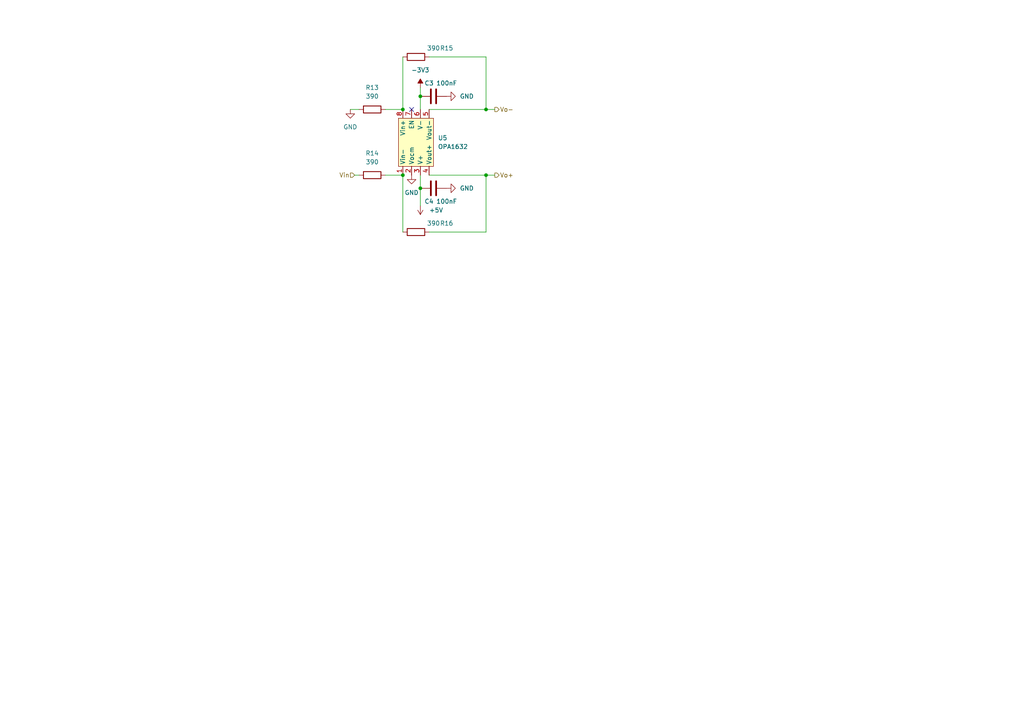
<source format=kicad_sch>
(kicad_sch (version 20211123) (generator eeschema)
  (paper "A4")
  (lib_symbols
    (symbol "Device:C" (pin_numbers hide) (pin_names (offset 0.254))
      (property "Reference" "C" (at 0.635 2.54 0))
      (property "Value" "C" (at 0.635 -2.54 0))
      (symbol "C_0_1"
        (polyline (pts (xy -2.032 -0.762) (xy 2.032 -0.762)) (stroke (width 0.508)))
        (polyline (pts (xy -2.032 0.762) (xy 2.032 0.762)) (stroke (width 0.508)))
      )
      (symbol "C_1_1"
        (pin passive line (at 0 3.81 270) (length 2.794) (name "~") (number "1"))
        (pin passive line (at 0 -3.81 90) (length 2.794) (name "~") (number "2"))
      )
    )
    (symbol "Device:R" (pin_numbers hide) (pin_names (offset 0))
      (property "Reference" "R" (at 2.032 0 90))
      (property "Value" "R" (at 0 0 90))
      (symbol "R_0_1"
        (rectangle (start -1.016 -2.54) (end 1.016 2.54) (stroke (width 0.254)))
      )
      (symbol "R_1_1"
        (pin passive line (at 0 3.81 270) (length 1.27) (name "~") (number "1"))
        (pin passive line (at 0 -3.81 90) (length 1.27) (name "~") (number "2"))
      )
    )
    (symbol "power:+5V" (power) (pin_names (offset 0))
      (property "Value" "+5V" (at 0 3.556 0))
      (symbol "+5V_0_1"
        (polyline (pts (xy -0.762 1.27) (xy 0 2.54)))
        (polyline (pts (xy 0 0) (xy 0 2.54)))
        (polyline (pts (xy 0 2.54) (xy 0.762 1.27)))
      )
      (symbol "+5V_1_1"
        (pin power_in line (at 0 0 90) (length 0) hide (name "+5V") (number "1"))
      )
    )
    (symbol "power:-3V3" (power) (pin_names (offset 0))
      (property "Value" "-3V3" (at 0 3.81 0))
      (symbol "-3V3_0_0"
        (pin power_in line (at 0 0 90) (length 0) hide (name "-3V3") (number "1"))
      )
      (symbol "-3V3_0_1"
        (polyline (pts (xy 0 0) (xy 0 1.27) (xy 0.762 1.27) (xy 0 2.54) (xy -0.762 1.27) (xy 0 1.27)) (fill (type outline)))
      )
    )
    (symbol "power:GND" (power) (pin_names (offset 0))
      (property "Value" "GND" (at 0 -3.81 0))
      (symbol "GND_0_1"
        (polyline (pts (xy 0 0) (xy 0 -1.27) (xy 1.27 -1.27) (xy 0 -2.54) (xy -1.27 -1.27) (xy 0 -1.27)))
      )
      (symbol "GND_1_1"
        (pin power_in line (at 0 0 270) (length 0) hide (name "GND") (number "1"))
      )
    )
    (symbol "preamp_amplifiers:OPA1632"
      (property "Reference" "U" (at 0 5.08 0))
      (property "Value" "OPA1632" (at 0 2.54 0))
      (symbol "OPA1632_0_1"
        (rectangle (start -6.35 1.27) (end 7.62 -8.89) (fill (type background)))
      )
      (symbol "OPA1632_1_1"
        (pin input line (at -8.89 0 0) (length 2.54) (name "Vin-") (number "1"))
        (pin input line (at -8.89 -2.54 0) (length 2.54) (name "Vocm") (number "2"))
        (pin power_in line (at -8.89 -5.08 0) (length 2.54) (name "V+") (number "3"))
        (pin output line (at -8.89 -7.62 0) (length 2.54) (name "Vout+") (number "4"))
        (pin output line (at 10.16 -7.62 180) (length 2.54) (name "Vout-") (number "5"))
        (pin power_in line (at 10.16 -5.08 180) (length 2.54) (name "V-") (number "6"))
        (pin input line (at 10.16 -2.54 180) (length 2.54) (name "EN") (number "7"))
        (pin input line (at 10.16 0 180) (length 2.54) (name "Vin+") (number "8"))
      )
    )
  )
  (junction (at 140.97 31.75))
  (junction (at 121.92 54.61))
  (junction (at 116.84 50.8))
  (junction (at 116.84 31.75))
  (junction (at 140.97 50.8))
  (junction (at 121.92 27.94))
  (no_connect (at 119.38 31.75))
  (wire (pts (xy 116.84 50.8) (xy 116.84 67.31)))
  (wire (pts (xy 111.76 50.8) (xy 116.84 50.8)))
  (wire (pts (xy 101.6 31.75) (xy 104.14 31.75)))
  (wire (pts (xy 140.97 31.75) (xy 143.51 31.75)))
  (wire (pts (xy 102.87 50.8) (xy 104.14 50.8)))
  (wire (pts (xy 121.92 54.61) (xy 121.92 59.69)))
  (wire (pts (xy 121.92 25.4) (xy 121.92 27.94)))
  (wire (pts (xy 140.97 67.31) (xy 140.97 50.8)))
  (wire (pts (xy 124.46 16.51) (xy 140.97 16.51)))
  (wire (pts (xy 116.84 16.51) (xy 116.84 31.75)))
  (wire (pts (xy 124.46 31.75) (xy 140.97 31.75)))
  (wire (pts (xy 121.92 27.94) (xy 121.92 31.75)))
  (wire (pts (xy 121.92 54.61) (xy 121.92 50.8)))
  (wire (pts (xy 124.46 67.31) (xy 140.97 67.31)))
  (wire (pts (xy 140.97 50.8) (xy 143.51 50.8)))
  (wire (pts (xy 140.97 16.51) (xy 140.97 31.75)))
  (wire (pts (xy 111.76 31.75) (xy 116.84 31.75)))
  (wire (pts (xy 124.46 50.8) (xy 140.97 50.8)))
  (hierarchical_label "Vin" (shape input) (at 102.87 50.8 180))
  (hierarchical_label "Vo+" (shape output) (at 143.51 50.8 0))
  (hierarchical_label "Vo-" (shape output) (at 143.51 31.75 0))
  (symbol (lib_id "power:GND") (at 129.54 54.61 90) (unit 1)
    (property "Reference" "#PWR0128" (effects hide))
    (property "Value" "GND" (at 133.35 54.6099 90) (effects (justify right)))
  )
  (symbol (lib_id "power:GND") (at 101.6 31.75 0) (unit 1)
    (property "Reference" "#PWR0131" (effects hide))
    (property "Value" "GND" (at 101.6 36.83 0))
  )
  (symbol (lib_id "power:GND") (at 119.38 50.8 0) (unit 1)
    (property "Reference" "#PWR0130" (effects hide))
    (property "Value" "GND" (at 119.38 55.88 0))
  )
  (symbol (lib_id "Device:R") (at 120.65 67.31 90) (unit 1)
    (property "Reference" "R16" (at 129.54 64.77 90))
    (property "Value" "390" (at 125.73 64.77 90))
    (property "Footprint" "Resistor_SMD:R_0805_2012Metric_Pad1.20x1.40mm_HandSolder" (effects hide))
  )
  (symbol (lib_id "preamp_amplifiers:OPA1632") (at 116.84 41.91 90) (unit 1)
    (property "Reference" "U5" (at 127 40.0049 90) (effects (justify right)))
    (property "Value" "OPA1632" (at 127 42.5449 90) (effects (justify right)))
    (property "Footprint" "Package_SO:SOIC-8_3.9x4.9mm_P1.27mm" (effects hide))
  )
  (symbol (lib_id "Device:R") (at 120.65 16.51 90) (unit 1)
    (property "Reference" "R15" (at 129.54 13.97 90))
    (property "Value" "390" (at 125.73 13.97 90))
    (property "Footprint" "Resistor_SMD:R_0805_2012Metric_Pad1.20x1.40mm_HandSolder" (effects hide))
  )
  (symbol (lib_id "power:-3V3") (at 121.92 25.4 0) (unit 1)
    (property "Reference" "#PWR0126" (effects hide))
    (property "Value" "-3V3" (at 121.92 20.32 0))
  )
  (symbol (lib_id "Device:R") (at 107.95 50.8 90) (unit 1)
    (property "Reference" "R14" (at 107.95 44.45 90))
    (property "Value" "390" (at 107.95 46.99 90))
    (property "Footprint" "Resistor_SMD:R_0805_2012Metric_Pad1.20x1.40mm_HandSolder" (effects hide))
  )
  (symbol (lib_id "Device:C") (at 125.73 54.61 90) (unit 1)
    (property "Reference" "C4" (at 124.46 58.42 90))
    (property "Value" "100nF" (at 129.54 58.42 90))
    (property "Footprint" "Capacitor_SMD:C_0805_2012Metric_Pad1.18x1.45mm_HandSolder" (effects hide))
  )
  (symbol (lib_id "power:GND") (at 129.54 27.94 90) (unit 1)
    (property "Reference" "#PWR0127" (effects hide))
    (property "Value" "GND" (at 133.35 27.9399 90) (effects (justify right)))
  )
  (symbol (lib_id "power:+5V") (at 121.92 59.69 180) (unit 1)
    (property "Reference" "#PWR0129" (effects hide))
    (property "Value" "+5V" (at 124.46 60.9599 0) (effects (justify right)))
  )
  (symbol (lib_id "Device:R") (at 107.95 31.75 90) (unit 1)
    (property "Reference" "R13" (at 107.95 25.4 90))
    (property "Value" "390" (at 107.95 27.94 90))
    (property "Footprint" "Resistor_SMD:R_0805_2012Metric_Pad1.20x1.40mm_HandSolder" (effects hide))
  )
  (symbol (lib_id "Device:C") (at 125.73 27.94 90) (unit 1)
    (property "Reference" "C3" (at 124.46 24.13 90))
    (property "Value" "100nF" (at 129.54 24.13 90))
    (property "Footprint" "Capacitor_SMD:C_0805_2012Metric_Pad1.18x1.45mm_HandSolder" (effects hide))
  )
)
</source>
